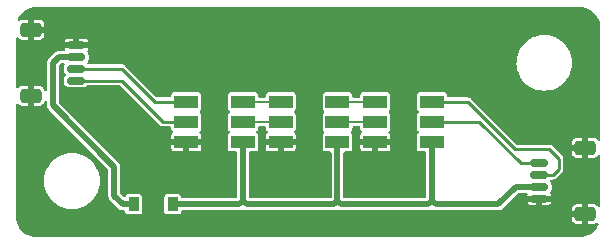
<source format=gbr>
%TF.GenerationSoftware,KiCad,Pcbnew,6.0.4-6f826c9f35~116~ubuntu20.04.1*%
%TF.CreationDate,2022-04-27T15:38:57-05:00*%
%TF.ProjectId,lc-led-flipped,6c632d6c-6564-42d6-966c-69707065642e,rev?*%
%TF.SameCoordinates,Original*%
%TF.FileFunction,Copper,L1,Top*%
%TF.FilePolarity,Positive*%
%FSLAX46Y46*%
G04 Gerber Fmt 4.6, Leading zero omitted, Abs format (unit mm)*
G04 Created by KiCad (PCBNEW 6.0.4-6f826c9f35~116~ubuntu20.04.1) date 2022-04-27 15:38:57*
%MOMM*%
%LPD*%
G01*
G04 APERTURE LIST*
G04 Aperture macros list*
%AMRoundRect*
0 Rectangle with rounded corners*
0 $1 Rounding radius*
0 $2 $3 $4 $5 $6 $7 $8 $9 X,Y pos of 4 corners*
0 Add a 4 corners polygon primitive as box body*
4,1,4,$2,$3,$4,$5,$6,$7,$8,$9,$2,$3,0*
0 Add four circle primitives for the rounded corners*
1,1,$1+$1,$2,$3*
1,1,$1+$1,$4,$5*
1,1,$1+$1,$6,$7*
1,1,$1+$1,$8,$9*
0 Add four rect primitives between the rounded corners*
20,1,$1+$1,$2,$3,$4,$5,0*
20,1,$1+$1,$4,$5,$6,$7,0*
20,1,$1+$1,$6,$7,$8,$9,0*
20,1,$1+$1,$8,$9,$2,$3,0*%
G04 Aperture macros list end*
%TA.AperFunction,SMDPad,CuDef*%
%ADD10R,2.000000X1.100000*%
%TD*%
%TA.AperFunction,SMDPad,CuDef*%
%ADD11RoundRect,0.150000X0.625000X-0.150000X0.625000X0.150000X-0.625000X0.150000X-0.625000X-0.150000X0*%
%TD*%
%TA.AperFunction,SMDPad,CuDef*%
%ADD12RoundRect,0.250000X0.650000X-0.350000X0.650000X0.350000X-0.650000X0.350000X-0.650000X-0.350000X0*%
%TD*%
%TA.AperFunction,SMDPad,CuDef*%
%ADD13R,0.900000X1.200000*%
%TD*%
%TA.AperFunction,SMDPad,CuDef*%
%ADD14RoundRect,0.150000X-0.625000X0.150000X-0.625000X-0.150000X0.625000X-0.150000X0.625000X0.150000X0*%
%TD*%
%TA.AperFunction,SMDPad,CuDef*%
%ADD15RoundRect,0.250000X-0.650000X0.350000X-0.650000X-0.350000X0.650000X-0.350000X0.650000X0.350000X0*%
%TD*%
%TA.AperFunction,Conductor*%
%ADD16C,0.500000*%
%TD*%
%TA.AperFunction,Conductor*%
%ADD17C,0.250000*%
%TD*%
%TA.AperFunction,Conductor*%
%ADD18C,0.200000*%
%TD*%
G04 APERTURE END LIST*
D10*
%TO.P,LED1,1,DI*%
%TO.N,/D_IN2*%
X128085786Y-99900000D03*
%TO.P,LED1,2,CI*%
%TO.N,/C_IN2*%
X128085786Y-101600000D03*
%TO.P,LED1,3,GND*%
%TO.N,/GND2*%
X128085786Y-103300000D03*
%TO.P,LED1,4,VCC*%
%TO.N,/PWR2*%
X132885786Y-103300000D03*
%TO.P,LED1,5,CO*%
%TO.N,Net-(LED1-Pad5)*%
X132885786Y-101600000D03*
%TO.P,LED1,6,DO*%
%TO.N,Net-(LED1-Pad6)*%
X132885786Y-99900000D03*
%TD*%
D11*
%TO.P,J2,1,Pin_1*%
%TO.N,/GND2*%
X157985786Y-108100000D03*
%TO.P,J2,2,Pin_2*%
%TO.N,/PWR2*%
X157985786Y-107100000D03*
%TO.P,J2,3,Pin_3*%
%TO.N,/D_OUT2*%
X157985786Y-106100000D03*
%TO.P,J2,4,Pin_4*%
%TO.N,/C_OUT2*%
X157985786Y-105100000D03*
D12*
%TO.P,J2,MP*%
%TO.N,/GND2*%
X161860786Y-109400000D03*
X161860786Y-103800000D03*
%TD*%
D10*
%TO.P,LED2,1,DI*%
%TO.N,Net-(LED1-Pad6)*%
X136085786Y-99900000D03*
%TO.P,LED2,2,CI*%
%TO.N,Net-(LED1-Pad5)*%
X136085786Y-101600000D03*
%TO.P,LED2,3,GND*%
%TO.N,/GND2*%
X136085786Y-103300000D03*
%TO.P,LED2,4,VCC*%
%TO.N,/PWR2*%
X140885786Y-103300000D03*
%TO.P,LED2,5,CO*%
%TO.N,Net-(LED2-Pad5)*%
X140885786Y-101600000D03*
%TO.P,LED2,6,DO*%
%TO.N,Net-(LED2-Pad6)*%
X140885786Y-99900000D03*
%TD*%
D13*
%TO.P,D1,1,K*%
%TO.N,/PWR2*%
X126935786Y-108585786D03*
%TO.P,D1,2,A*%
%TO.N,/5V_2*%
X123635786Y-108585786D03*
%TD*%
D10*
%TO.P,LED3,1,DI*%
%TO.N,Net-(LED2-Pad6)*%
X144085786Y-99900000D03*
%TO.P,LED3,2,CI*%
%TO.N,Net-(LED2-Pad5)*%
X144085786Y-101600000D03*
%TO.P,LED3,3,GND*%
%TO.N,/GND2*%
X144085786Y-103300000D03*
%TO.P,LED3,4,VCC*%
%TO.N,/PWR2*%
X148885786Y-103300000D03*
%TO.P,LED3,5,CO*%
%TO.N,/C_OUT2*%
X148885786Y-101600000D03*
%TO.P,LED3,6,DO*%
%TO.N,/D_OUT2*%
X148885786Y-99900000D03*
%TD*%
D14*
%TO.P,J1,1,Pin_1*%
%TO.N,/GND2*%
X118785786Y-95100000D03*
%TO.P,J1,2,Pin_2*%
%TO.N,/5V_2*%
X118785786Y-96100000D03*
%TO.P,J1,3,Pin_3*%
%TO.N,/D_IN2*%
X118785786Y-97100000D03*
%TO.P,J1,4,Pin_4*%
%TO.N,/C_IN2*%
X118785786Y-98100000D03*
D15*
%TO.P,J1,MP*%
%TO.N,/GND2*%
X114910786Y-93800000D03*
X114910786Y-99400000D03*
%TD*%
D16*
%TO.N,/PWR2*%
X140585786Y-108585786D02*
X140885786Y-108285786D01*
X133185786Y-108585786D02*
X140585786Y-108585786D01*
X149185786Y-108585786D02*
X154514214Y-108585786D01*
X148585786Y-108585786D02*
X148885786Y-108285786D01*
X154514214Y-108585786D02*
X156000000Y-107100000D01*
X140885786Y-108285786D02*
X141185786Y-108585786D01*
X126935786Y-108585786D02*
X132585786Y-108585786D01*
X156000000Y-107100000D02*
X157985786Y-107100000D01*
X140885786Y-108285786D02*
X140885786Y-103785786D01*
X148885786Y-108285786D02*
X148885786Y-103785786D01*
X148885786Y-108285786D02*
X149185786Y-108585786D01*
X132585786Y-108585786D02*
X132885786Y-108285786D01*
X132885786Y-108285786D02*
X132885786Y-103785786D01*
X132885786Y-108285786D02*
X133185786Y-108585786D01*
X141185786Y-108585786D02*
X148585786Y-108585786D01*
%TO.N,/5V_2*%
X122000000Y-105400000D02*
X122000000Y-107900000D01*
X116800000Y-100200000D02*
X122000000Y-105400000D01*
X122685786Y-108585786D02*
X123635786Y-108585786D01*
X122000000Y-107900000D02*
X122685786Y-108585786D01*
X117300000Y-96100000D02*
X116800000Y-96600000D01*
X118785786Y-96100000D02*
X117300000Y-96100000D01*
X116800000Y-96600000D02*
X116800000Y-100200000D01*
D17*
%TO.N,/D_IN2*%
X122600000Y-97100000D02*
X125400000Y-99900000D01*
X118785786Y-97100000D02*
X122600000Y-97100000D01*
X125400000Y-99900000D02*
X128085786Y-99900000D01*
%TO.N,/C_IN2*%
X126100000Y-101600000D02*
X128085786Y-101600000D01*
X118785786Y-98100000D02*
X122600000Y-98100000D01*
X122600000Y-98100000D02*
X126100000Y-101600000D01*
%TO.N,/D_OUT2*%
X159100000Y-106100000D02*
X157985786Y-106100000D01*
X158800000Y-103900000D02*
X159600000Y-104700000D01*
X159600000Y-104700000D02*
X159600000Y-105600000D01*
X148885786Y-99900000D02*
X151900000Y-99900000D01*
X151900000Y-99900000D02*
X155900000Y-103900000D01*
X155900000Y-103900000D02*
X158800000Y-103900000D01*
X159600000Y-105600000D02*
X159100000Y-106100000D01*
%TO.N,/C_OUT2*%
X152900000Y-101600000D02*
X156400000Y-105100000D01*
X148885786Y-101600000D02*
X152900000Y-101600000D01*
X156400000Y-105100000D02*
X157985786Y-105100000D01*
D18*
%TO.N,Net-(LED1-Pad5)*%
X132885786Y-101600000D02*
X136085786Y-101600000D01*
%TO.N,Net-(LED1-Pad6)*%
X132885786Y-99900000D02*
X136085786Y-99900000D01*
%TO.N,Net-(LED2-Pad5)*%
X140885786Y-101600000D02*
X144085786Y-101600000D01*
%TO.N,Net-(LED2-Pad6)*%
X140885786Y-99900000D02*
X144085786Y-99900000D01*
%TD*%
%TA.AperFunction,Conductor*%
%TO.N,/GND2*%
G36*
X161387103Y-91856921D02*
G01*
X161400000Y-91859486D01*
X161412172Y-91857065D01*
X161424579Y-91857065D01*
X161424579Y-91857705D01*
X161435358Y-91857029D01*
X161619248Y-91870181D01*
X161639420Y-91871624D01*
X161657214Y-91874182D01*
X161882960Y-91923290D01*
X161900209Y-91928355D01*
X161955356Y-91948923D01*
X162116670Y-92009090D01*
X162133017Y-92016556D01*
X162335782Y-92127275D01*
X162350905Y-92136994D01*
X162535848Y-92275441D01*
X162549434Y-92287214D01*
X162712786Y-92450566D01*
X162724559Y-92464152D01*
X162863006Y-92649095D01*
X162872725Y-92664218D01*
X162983444Y-92866983D01*
X162990910Y-92883330D01*
X163034508Y-93000222D01*
X163071645Y-93099791D01*
X163076710Y-93117040D01*
X163125818Y-93342786D01*
X163128376Y-93360580D01*
X163141638Y-93546000D01*
X163142971Y-93564639D01*
X163142295Y-93575421D01*
X163142935Y-93575421D01*
X163142935Y-93587828D01*
X163140514Y-93600000D01*
X163142935Y-93612170D01*
X163143079Y-93612894D01*
X163145500Y-93637476D01*
X163145500Y-103078222D01*
X163125498Y-103146343D01*
X163071842Y-103192836D01*
X163001568Y-103202940D01*
X162936988Y-103173446D01*
X162918674Y-103153787D01*
X162876214Y-103097133D01*
X162863653Y-103084572D01*
X162762490Y-103008754D01*
X162746904Y-103000222D01*
X162627521Y-102955467D01*
X162612276Y-102951842D01*
X162561894Y-102946369D01*
X162555080Y-102946000D01*
X162132901Y-102946000D01*
X162117662Y-102950475D01*
X162116457Y-102951865D01*
X162114786Y-102959548D01*
X162114786Y-104635884D01*
X162119261Y-104651123D01*
X162120651Y-104652328D01*
X162128334Y-104653999D01*
X162555078Y-104653999D01*
X162561896Y-104653630D01*
X162612268Y-104648159D01*
X162627527Y-104644530D01*
X162746904Y-104599778D01*
X162762490Y-104591246D01*
X162863653Y-104515428D01*
X162876214Y-104502867D01*
X162918674Y-104446213D01*
X162975533Y-104403698D01*
X163046352Y-104398672D01*
X163108645Y-104432732D01*
X163142635Y-104495063D01*
X163145500Y-104521778D01*
X163145500Y-108678222D01*
X163125498Y-108746343D01*
X163071842Y-108792836D01*
X163001568Y-108802940D01*
X162936988Y-108773446D01*
X162918674Y-108753787D01*
X162876214Y-108697133D01*
X162863653Y-108684572D01*
X162762490Y-108608754D01*
X162746904Y-108600222D01*
X162627521Y-108555467D01*
X162612276Y-108551842D01*
X162561894Y-108546369D01*
X162555080Y-108546000D01*
X162132901Y-108546000D01*
X162117662Y-108550475D01*
X162116457Y-108551865D01*
X162114786Y-108559548D01*
X162114786Y-110235884D01*
X162119261Y-110251123D01*
X162120651Y-110252328D01*
X162128334Y-110253999D01*
X162555078Y-110253999D01*
X162561896Y-110253630D01*
X162612268Y-110248159D01*
X162627527Y-110244530D01*
X162746904Y-110199778D01*
X162762490Y-110191246D01*
X162800730Y-110162586D01*
X162867236Y-110137738D01*
X162936619Y-110152791D01*
X162986849Y-110202965D01*
X163001979Y-110272331D01*
X162994353Y-110307438D01*
X162990911Y-110316666D01*
X162983444Y-110333017D01*
X162872725Y-110535782D01*
X162863006Y-110550905D01*
X162724559Y-110735848D01*
X162712786Y-110749434D01*
X162549434Y-110912786D01*
X162535848Y-110924559D01*
X162350905Y-111063006D01*
X162335782Y-111072725D01*
X162133017Y-111183444D01*
X162116670Y-111190910D01*
X161955356Y-111251077D01*
X161900209Y-111271645D01*
X161882960Y-111276710D01*
X161657214Y-111325818D01*
X161639420Y-111328376D01*
X161619248Y-111329819D01*
X161435358Y-111342971D01*
X161424579Y-111342295D01*
X161424579Y-111342935D01*
X161412172Y-111342935D01*
X161400000Y-111340514D01*
X161387103Y-111343079D01*
X161362524Y-111345500D01*
X115437476Y-111345500D01*
X115412897Y-111343079D01*
X115400000Y-111340514D01*
X115387828Y-111342935D01*
X115375421Y-111342935D01*
X115375421Y-111342295D01*
X115364642Y-111342971D01*
X115180752Y-111329819D01*
X115160580Y-111328376D01*
X115142786Y-111325818D01*
X114917040Y-111276710D01*
X114899791Y-111271645D01*
X114844644Y-111251077D01*
X114683330Y-111190910D01*
X114666983Y-111183444D01*
X114464218Y-111072725D01*
X114449095Y-111063006D01*
X114264152Y-110924559D01*
X114250566Y-110912786D01*
X114087214Y-110749434D01*
X114075441Y-110735848D01*
X113936994Y-110550905D01*
X113927275Y-110535782D01*
X113816556Y-110333017D01*
X113809090Y-110316670D01*
X113728355Y-110100209D01*
X113723290Y-110082960D01*
X113674182Y-109857214D01*
X113671624Y-109839420D01*
X113668396Y-109794292D01*
X160706787Y-109794292D01*
X160707156Y-109801110D01*
X160712627Y-109851482D01*
X160716256Y-109866741D01*
X160761008Y-109986118D01*
X160769540Y-110001704D01*
X160845358Y-110102867D01*
X160857919Y-110115428D01*
X160959082Y-110191246D01*
X160974668Y-110199778D01*
X161094051Y-110244533D01*
X161109296Y-110248158D01*
X161159678Y-110253631D01*
X161166492Y-110254000D01*
X161588671Y-110254000D01*
X161603910Y-110249525D01*
X161605115Y-110248135D01*
X161606786Y-110240452D01*
X161606786Y-109672115D01*
X161602311Y-109656876D01*
X161600921Y-109655671D01*
X161593238Y-109654000D01*
X160724902Y-109654000D01*
X160709663Y-109658475D01*
X160708458Y-109659865D01*
X160706787Y-109667548D01*
X160706787Y-109794292D01*
X113668396Y-109794292D01*
X113658782Y-109659865D01*
X113657029Y-109635358D01*
X113657705Y-109624579D01*
X113657065Y-109624579D01*
X113657065Y-109612172D01*
X113659486Y-109600000D01*
X113656921Y-109587103D01*
X113654500Y-109562524D01*
X113654500Y-106600000D01*
X116040448Y-106600000D01*
X116040718Y-106604119D01*
X116052315Y-106781051D01*
X116060634Y-106907983D01*
X116061436Y-106912016D01*
X116061437Y-106912022D01*
X116120042Y-107206647D01*
X116120848Y-107210697D01*
X116122175Y-107214606D01*
X116122176Y-107214610D01*
X116212905Y-107481890D01*
X116220058Y-107502961D01*
X116271551Y-107607379D01*
X116338743Y-107743630D01*
X116356568Y-107779776D01*
X116378512Y-107812618D01*
X116524390Y-108030938D01*
X116528042Y-108036404D01*
X116731545Y-108268455D01*
X116963596Y-108471958D01*
X116967022Y-108474247D01*
X116967027Y-108474251D01*
X117116171Y-108573906D01*
X117220224Y-108643432D01*
X117223923Y-108645256D01*
X117223928Y-108645259D01*
X117329119Y-108697133D01*
X117497039Y-108779942D01*
X117500944Y-108781267D01*
X117500945Y-108781268D01*
X117785390Y-108877824D01*
X117785394Y-108877825D01*
X117789303Y-108879152D01*
X117793347Y-108879956D01*
X117793353Y-108879958D01*
X118087978Y-108938563D01*
X118087984Y-108938564D01*
X118092017Y-108939366D01*
X118096122Y-108939635D01*
X118096129Y-108939636D01*
X118395881Y-108959282D01*
X118400000Y-108959552D01*
X118404119Y-108959282D01*
X118703871Y-108939636D01*
X118703878Y-108939635D01*
X118707983Y-108939366D01*
X118712016Y-108938564D01*
X118712022Y-108938563D01*
X119006647Y-108879958D01*
X119006653Y-108879956D01*
X119010697Y-108879152D01*
X119014606Y-108877825D01*
X119014610Y-108877824D01*
X119299055Y-108781268D01*
X119299056Y-108781267D01*
X119302961Y-108779942D01*
X119470881Y-108697133D01*
X119576072Y-108645259D01*
X119576077Y-108645256D01*
X119579776Y-108643432D01*
X119683829Y-108573906D01*
X119832973Y-108474251D01*
X119832978Y-108474247D01*
X119836404Y-108471958D01*
X120068455Y-108268455D01*
X120271958Y-108036404D01*
X120275611Y-108030938D01*
X120421488Y-107812618D01*
X120443432Y-107779776D01*
X120461258Y-107743630D01*
X120528449Y-107607379D01*
X120579942Y-107502961D01*
X120587095Y-107481890D01*
X120677824Y-107214610D01*
X120677825Y-107214606D01*
X120679152Y-107210697D01*
X120679958Y-107206647D01*
X120738563Y-106912022D01*
X120738564Y-106912016D01*
X120739366Y-106907983D01*
X120747686Y-106781051D01*
X120759282Y-106604119D01*
X120759552Y-106600000D01*
X120751821Y-106482049D01*
X120739636Y-106296129D01*
X120739635Y-106296122D01*
X120739366Y-106292017D01*
X120737341Y-106281834D01*
X120679958Y-105993353D01*
X120679956Y-105993347D01*
X120679152Y-105989303D01*
X120655005Y-105918166D01*
X120581268Y-105700945D01*
X120581267Y-105700944D01*
X120579942Y-105697039D01*
X120473755Y-105481713D01*
X120445259Y-105423928D01*
X120445256Y-105423923D01*
X120443432Y-105420224D01*
X120360857Y-105296642D01*
X120274251Y-105167027D01*
X120274247Y-105167022D01*
X120271958Y-105163596D01*
X120068455Y-104931545D01*
X119836404Y-104728042D01*
X119832978Y-104725753D01*
X119832973Y-104725749D01*
X119592400Y-104565003D01*
X119579776Y-104556568D01*
X119576077Y-104554744D01*
X119576072Y-104554741D01*
X119392444Y-104464186D01*
X119302961Y-104420058D01*
X119202977Y-104386118D01*
X119014610Y-104322176D01*
X119014606Y-104322175D01*
X119010697Y-104320848D01*
X119006653Y-104320044D01*
X119006647Y-104320042D01*
X118712022Y-104261437D01*
X118712016Y-104261436D01*
X118707983Y-104260634D01*
X118703878Y-104260365D01*
X118703871Y-104260364D01*
X118404119Y-104240718D01*
X118400000Y-104240448D01*
X118395881Y-104240718D01*
X118096129Y-104260364D01*
X118096122Y-104260365D01*
X118092017Y-104260634D01*
X118087984Y-104261436D01*
X118087978Y-104261437D01*
X117793353Y-104320042D01*
X117793347Y-104320044D01*
X117789303Y-104320848D01*
X117785394Y-104322175D01*
X117785390Y-104322176D01*
X117597023Y-104386118D01*
X117497039Y-104420058D01*
X117407556Y-104464186D01*
X117223928Y-104554741D01*
X117223923Y-104554744D01*
X117220224Y-104556568D01*
X117207600Y-104565003D01*
X116967027Y-104725749D01*
X116967022Y-104725753D01*
X116963596Y-104728042D01*
X116731545Y-104931545D01*
X116528042Y-105163596D01*
X116525753Y-105167022D01*
X116525749Y-105167027D01*
X116439143Y-105296642D01*
X116356568Y-105420224D01*
X116354744Y-105423923D01*
X116354741Y-105423928D01*
X116326245Y-105481713D01*
X116220058Y-105697039D01*
X116218733Y-105700944D01*
X116218732Y-105700945D01*
X116144996Y-105918166D01*
X116120848Y-105989303D01*
X116120044Y-105993347D01*
X116120042Y-105993353D01*
X116062660Y-106281834D01*
X116060634Y-106292017D01*
X116060365Y-106296122D01*
X116060364Y-106296129D01*
X116048317Y-106479928D01*
X116044247Y-106542031D01*
X116040448Y-106600000D01*
X113654500Y-106600000D01*
X113654500Y-100159709D01*
X113674502Y-100091588D01*
X113728158Y-100045095D01*
X113798432Y-100034991D01*
X113863012Y-100064485D01*
X113881327Y-100084145D01*
X113895359Y-100102868D01*
X113907919Y-100115428D01*
X114009082Y-100191246D01*
X114024668Y-100199778D01*
X114144051Y-100244533D01*
X114159296Y-100248158D01*
X114209678Y-100253631D01*
X114216492Y-100254000D01*
X114638671Y-100254000D01*
X114653910Y-100249525D01*
X114655115Y-100248135D01*
X114656786Y-100240452D01*
X114656786Y-100235884D01*
X115164786Y-100235884D01*
X115169261Y-100251123D01*
X115170651Y-100252328D01*
X115178334Y-100253999D01*
X115605078Y-100253999D01*
X115611896Y-100253630D01*
X115662268Y-100248159D01*
X115677527Y-100244530D01*
X115796904Y-100199778D01*
X115812490Y-100191246D01*
X115913653Y-100115428D01*
X115926214Y-100102867D01*
X116002032Y-100001704D01*
X116010564Y-99986118D01*
X116051518Y-99876874D01*
X116094159Y-99820109D01*
X116160721Y-99795409D01*
X116230070Y-99810616D01*
X116280188Y-99860902D01*
X116295500Y-99921103D01*
X116295500Y-100129376D01*
X116294159Y-100141381D01*
X116294655Y-100141421D01*
X116293935Y-100150368D01*
X116291954Y-100159124D01*
X116292510Y-100168084D01*
X116295258Y-100212382D01*
X116295500Y-100220184D01*
X116295500Y-100236226D01*
X116296135Y-100240657D01*
X116296135Y-100240662D01*
X116296965Y-100246453D01*
X116297996Y-100256514D01*
X116300902Y-100303359D01*
X116303949Y-100311799D01*
X116304630Y-100315089D01*
X116308582Y-100330938D01*
X116309527Y-100334168D01*
X116310799Y-100343052D01*
X116314514Y-100351223D01*
X116330218Y-100385763D01*
X116334030Y-100395128D01*
X116346922Y-100430837D01*
X116346924Y-100430840D01*
X116349972Y-100439284D01*
X116355268Y-100446533D01*
X116356840Y-100449490D01*
X116365093Y-100463614D01*
X116366898Y-100466437D01*
X116370612Y-100474605D01*
X116376469Y-100481402D01*
X116376470Y-100481404D01*
X116401243Y-100510153D01*
X116407525Y-100518064D01*
X116415473Y-100528944D01*
X116426335Y-100539806D01*
X116432693Y-100546652D01*
X116464944Y-100584082D01*
X116472479Y-100588966D01*
X116479051Y-100594699D01*
X116490455Y-100603926D01*
X118983663Y-103097133D01*
X121458595Y-105572065D01*
X121492621Y-105634377D01*
X121495500Y-105661160D01*
X121495500Y-107829376D01*
X121494159Y-107841381D01*
X121494655Y-107841421D01*
X121493935Y-107850368D01*
X121491954Y-107859124D01*
X121492510Y-107868084D01*
X121495258Y-107912382D01*
X121495500Y-107920184D01*
X121495500Y-107936226D01*
X121496135Y-107940657D01*
X121496135Y-107940662D01*
X121496965Y-107946453D01*
X121497996Y-107956514D01*
X121500902Y-108003359D01*
X121503949Y-108011799D01*
X121504630Y-108015089D01*
X121508582Y-108030938D01*
X121509527Y-108034168D01*
X121510799Y-108043052D01*
X121514514Y-108051223D01*
X121530218Y-108085763D01*
X121534030Y-108095128D01*
X121546922Y-108130837D01*
X121546924Y-108130840D01*
X121549972Y-108139284D01*
X121555268Y-108146533D01*
X121556840Y-108149490D01*
X121565093Y-108163614D01*
X121566898Y-108166437D01*
X121570612Y-108174605D01*
X121576469Y-108181402D01*
X121576470Y-108181404D01*
X121601243Y-108210153D01*
X121607525Y-108218064D01*
X121615473Y-108228944D01*
X121626335Y-108239806D01*
X121632693Y-108246652D01*
X121664944Y-108284082D01*
X121672479Y-108288966D01*
X121679051Y-108294699D01*
X121690455Y-108303926D01*
X122279109Y-108892580D01*
X122286651Y-108902020D01*
X122287031Y-108901697D01*
X122292849Y-108908533D01*
X122297639Y-108916125D01*
X122304367Y-108922067D01*
X122337645Y-108951457D01*
X122343332Y-108956803D01*
X122354666Y-108968137D01*
X122358249Y-108970822D01*
X122358251Y-108970824D01*
X122362941Y-108974339D01*
X122370786Y-108980726D01*
X122399071Y-109005706D01*
X122405956Y-109011787D01*
X122414078Y-109015600D01*
X122416879Y-109017440D01*
X122430874Y-109025849D01*
X122433837Y-109027471D01*
X122441022Y-109032856D01*
X122449432Y-109036009D01*
X122449434Y-109036010D01*
X122484968Y-109049332D01*
X122494281Y-109053256D01*
X122536768Y-109073203D01*
X122545642Y-109074585D01*
X122548869Y-109075571D01*
X122564652Y-109079711D01*
X122567930Y-109080432D01*
X122576338Y-109083584D01*
X122590095Y-109084606D01*
X122623143Y-109087062D01*
X122633190Y-109088216D01*
X122641672Y-109089537D01*
X122641675Y-109089537D01*
X122646483Y-109090286D01*
X122661848Y-109090286D01*
X122671186Y-109090632D01*
X122720453Y-109094293D01*
X122729228Y-109092420D01*
X122737924Y-109091827D01*
X122752524Y-109090286D01*
X122805822Y-109090286D01*
X122873943Y-109110288D01*
X122920436Y-109163944D01*
X122931215Y-109203933D01*
X122931287Y-109204663D01*
X122931287Y-109210852D01*
X122946052Y-109285087D01*
X123002302Y-109369270D01*
X123086485Y-109425520D01*
X123160719Y-109440286D01*
X123635709Y-109440286D01*
X124110852Y-109440285D01*
X124146604Y-109433174D01*
X124172912Y-109427942D01*
X124172914Y-109427941D01*
X124185087Y-109425520D01*
X124195407Y-109418625D01*
X124195408Y-109418624D01*
X124258954Y-109376163D01*
X124269270Y-109369270D01*
X124325520Y-109285087D01*
X124340286Y-109210853D01*
X124340285Y-107960720D01*
X124340285Y-107960719D01*
X126231286Y-107960719D01*
X126231287Y-109210852D01*
X126246052Y-109285087D01*
X126302302Y-109369270D01*
X126386485Y-109425520D01*
X126460719Y-109440286D01*
X126935709Y-109440286D01*
X127410852Y-109440285D01*
X127446604Y-109433174D01*
X127472912Y-109427942D01*
X127472914Y-109427941D01*
X127485087Y-109425520D01*
X127495407Y-109418625D01*
X127495408Y-109418624D01*
X127558954Y-109376163D01*
X127569270Y-109369270D01*
X127625520Y-109285087D01*
X127640286Y-109210853D01*
X127640286Y-109204663D01*
X127640358Y-109203935D01*
X127666941Y-109138103D01*
X127681381Y-109127885D01*
X160706786Y-109127885D01*
X160711261Y-109143124D01*
X160712651Y-109144329D01*
X160720334Y-109146000D01*
X161588671Y-109146000D01*
X161603910Y-109141525D01*
X161605115Y-109140135D01*
X161606786Y-109132452D01*
X161606786Y-108564116D01*
X161602311Y-108548877D01*
X161600921Y-108547672D01*
X161593238Y-108546001D01*
X161166494Y-108546001D01*
X161159676Y-108546370D01*
X161109304Y-108551841D01*
X161094045Y-108555470D01*
X160974668Y-108600222D01*
X160959082Y-108608754D01*
X160857919Y-108684572D01*
X160845358Y-108697133D01*
X160769540Y-108798296D01*
X160761008Y-108813882D01*
X160716253Y-108933265D01*
X160712628Y-108948510D01*
X160707155Y-108998892D01*
X160706786Y-109005706D01*
X160706786Y-109127885D01*
X127681381Y-109127885D01*
X127724895Y-109097094D01*
X127765751Y-109090286D01*
X132515162Y-109090286D01*
X132527167Y-109091627D01*
X132527207Y-109091131D01*
X132536154Y-109091851D01*
X132544910Y-109093832D01*
X132598168Y-109090528D01*
X132605970Y-109090286D01*
X132622012Y-109090286D01*
X132626443Y-109089651D01*
X132626448Y-109089651D01*
X132630473Y-109089074D01*
X132632243Y-109088821D01*
X132642300Y-109087790D01*
X132664762Y-109086397D01*
X132680186Y-109085440D01*
X132680188Y-109085440D01*
X132689145Y-109084884D01*
X132697585Y-109081837D01*
X132700875Y-109081156D01*
X132716724Y-109077204D01*
X132719954Y-109076259D01*
X132728838Y-109074987D01*
X132771549Y-109055568D01*
X132780914Y-109051756D01*
X132816622Y-109038865D01*
X132816629Y-109038861D01*
X132825070Y-109035814D01*
X132828777Y-109033106D01*
X132896153Y-109019232D01*
X132940685Y-109032604D01*
X132941022Y-109032856D01*
X132949428Y-109036007D01*
X132949431Y-109036009D01*
X132984968Y-109049332D01*
X132994281Y-109053256D01*
X133036768Y-109073203D01*
X133045642Y-109074585D01*
X133048869Y-109075571D01*
X133064652Y-109079711D01*
X133067930Y-109080432D01*
X133076338Y-109083584D01*
X133090095Y-109084606D01*
X133123143Y-109087062D01*
X133133190Y-109088216D01*
X133141672Y-109089537D01*
X133141675Y-109089537D01*
X133146483Y-109090286D01*
X133161848Y-109090286D01*
X133171186Y-109090632D01*
X133220453Y-109094293D01*
X133229228Y-109092420D01*
X133237924Y-109091827D01*
X133252524Y-109090286D01*
X140515162Y-109090286D01*
X140527167Y-109091627D01*
X140527207Y-109091131D01*
X140536154Y-109091851D01*
X140544910Y-109093832D01*
X140598168Y-109090528D01*
X140605970Y-109090286D01*
X140622012Y-109090286D01*
X140626443Y-109089651D01*
X140626448Y-109089651D01*
X140630473Y-109089074D01*
X140632243Y-109088821D01*
X140642300Y-109087790D01*
X140664762Y-109086397D01*
X140680186Y-109085440D01*
X140680188Y-109085440D01*
X140689145Y-109084884D01*
X140697585Y-109081837D01*
X140700875Y-109081156D01*
X140716724Y-109077204D01*
X140719954Y-109076259D01*
X140728838Y-109074987D01*
X140771549Y-109055568D01*
X140780914Y-109051756D01*
X140816622Y-109038865D01*
X140816629Y-109038861D01*
X140825070Y-109035814D01*
X140828777Y-109033106D01*
X140896153Y-109019232D01*
X140940685Y-109032604D01*
X140941022Y-109032856D01*
X140949428Y-109036007D01*
X140949431Y-109036009D01*
X140984968Y-109049332D01*
X140994281Y-109053256D01*
X141036768Y-109073203D01*
X141045642Y-109074585D01*
X141048869Y-109075571D01*
X141064652Y-109079711D01*
X141067930Y-109080432D01*
X141076338Y-109083584D01*
X141090095Y-109084606D01*
X141123143Y-109087062D01*
X141133190Y-109088216D01*
X141141672Y-109089537D01*
X141141675Y-109089537D01*
X141146483Y-109090286D01*
X141161848Y-109090286D01*
X141171186Y-109090632D01*
X141220453Y-109094293D01*
X141229228Y-109092420D01*
X141237924Y-109091827D01*
X141252524Y-109090286D01*
X148515162Y-109090286D01*
X148527167Y-109091627D01*
X148527207Y-109091131D01*
X148536154Y-109091851D01*
X148544910Y-109093832D01*
X148598168Y-109090528D01*
X148605970Y-109090286D01*
X148622012Y-109090286D01*
X148626443Y-109089651D01*
X148626448Y-109089651D01*
X148630473Y-109089074D01*
X148632243Y-109088821D01*
X148642300Y-109087790D01*
X148664762Y-109086397D01*
X148680186Y-109085440D01*
X148680188Y-109085440D01*
X148689145Y-109084884D01*
X148697585Y-109081837D01*
X148700875Y-109081156D01*
X148716724Y-109077204D01*
X148719954Y-109076259D01*
X148728838Y-109074987D01*
X148771549Y-109055568D01*
X148780914Y-109051756D01*
X148816622Y-109038865D01*
X148816629Y-109038861D01*
X148825070Y-109035814D01*
X148828777Y-109033106D01*
X148896153Y-109019232D01*
X148940685Y-109032604D01*
X148941022Y-109032856D01*
X148949428Y-109036007D01*
X148949431Y-109036009D01*
X148984968Y-109049332D01*
X148994281Y-109053256D01*
X149036768Y-109073203D01*
X149045642Y-109074585D01*
X149048869Y-109075571D01*
X149064652Y-109079711D01*
X149067930Y-109080432D01*
X149076338Y-109083584D01*
X149090095Y-109084606D01*
X149123143Y-109087062D01*
X149133190Y-109088216D01*
X149141672Y-109089537D01*
X149141675Y-109089537D01*
X149146483Y-109090286D01*
X149161848Y-109090286D01*
X149171186Y-109090632D01*
X149220453Y-109094293D01*
X149229228Y-109092420D01*
X149237924Y-109091827D01*
X149252524Y-109090286D01*
X154443590Y-109090286D01*
X154455595Y-109091627D01*
X154455635Y-109091131D01*
X154464582Y-109091851D01*
X154473338Y-109093832D01*
X154526596Y-109090528D01*
X154534398Y-109090286D01*
X154550440Y-109090286D01*
X154554871Y-109089651D01*
X154554876Y-109089651D01*
X154558901Y-109089074D01*
X154560671Y-109088821D01*
X154570728Y-109087790D01*
X154593190Y-109086397D01*
X154608614Y-109085440D01*
X154608616Y-109085440D01*
X154617573Y-109084884D01*
X154626013Y-109081837D01*
X154629303Y-109081156D01*
X154645152Y-109077204D01*
X154648382Y-109076259D01*
X154657266Y-109074987D01*
X154699977Y-109055568D01*
X154709342Y-109051756D01*
X154745051Y-109038864D01*
X154745054Y-109038862D01*
X154753498Y-109035814D01*
X154760747Y-109030518D01*
X154763704Y-109028946D01*
X154777828Y-109020693D01*
X154780651Y-109018888D01*
X154788819Y-109015174D01*
X154795616Y-109009317D01*
X154795618Y-109009316D01*
X154824367Y-108984543D01*
X154832278Y-108978261D01*
X154843158Y-108970313D01*
X154854020Y-108959451D01*
X154860867Y-108953093D01*
X154866186Y-108948510D01*
X154898296Y-108920842D01*
X154903180Y-108913307D01*
X154908913Y-108906735D01*
X154918140Y-108895331D01*
X155443198Y-108370273D01*
X156971411Y-108370273D01*
X156976272Y-108385234D01*
X157025369Y-108481593D01*
X157036880Y-108497436D01*
X157113350Y-108573906D01*
X157129193Y-108585417D01*
X157225554Y-108634515D01*
X157244178Y-108640567D01*
X157324101Y-108653225D01*
X157333944Y-108654000D01*
X157713671Y-108654000D01*
X157728910Y-108649525D01*
X157730115Y-108648135D01*
X157731786Y-108640452D01*
X157731786Y-108635884D01*
X158239786Y-108635884D01*
X158244261Y-108651123D01*
X158245651Y-108652328D01*
X158253334Y-108653999D01*
X158637626Y-108653999D01*
X158647473Y-108653224D01*
X158727393Y-108640567D01*
X158746019Y-108634515D01*
X158842379Y-108585417D01*
X158858222Y-108573906D01*
X158934692Y-108497436D01*
X158946203Y-108481593D01*
X158995302Y-108385231D01*
X159000265Y-108369955D01*
X158998748Y-108358212D01*
X158984774Y-108354000D01*
X158257901Y-108354000D01*
X158242662Y-108358475D01*
X158241457Y-108359865D01*
X158239786Y-108367548D01*
X158239786Y-108635884D01*
X157731786Y-108635884D01*
X157731786Y-108372115D01*
X157727311Y-108356876D01*
X157725921Y-108355671D01*
X157718238Y-108354000D01*
X156986338Y-108354000D01*
X156973102Y-108357887D01*
X156971411Y-108370273D01*
X155443198Y-108370273D01*
X156172066Y-107641405D01*
X156234378Y-107607379D01*
X156261161Y-107604500D01*
X156877794Y-107604500D01*
X156945915Y-107624502D01*
X156992408Y-107678158D01*
X157002512Y-107748432D01*
X156990061Y-107787703D01*
X156976270Y-107814769D01*
X156971307Y-107830045D01*
X156972824Y-107841788D01*
X156986798Y-107846000D01*
X158985234Y-107846000D01*
X158998470Y-107842113D01*
X159000161Y-107829727D01*
X158995300Y-107814766D01*
X158946203Y-107718407D01*
X158934692Y-107702564D01*
X158921577Y-107689449D01*
X158887551Y-107627137D01*
X158892616Y-107556322D01*
X158921574Y-107511261D01*
X158942112Y-107490723D01*
X159000284Y-107376555D01*
X159015286Y-107281834D01*
X159015286Y-106918166D01*
X159000284Y-106823445D01*
X158942112Y-106709277D01*
X158927430Y-106694595D01*
X158893404Y-106632283D01*
X158898469Y-106561468D01*
X158941016Y-106504632D01*
X159007536Y-106479821D01*
X159016525Y-106479500D01*
X159046080Y-106479500D01*
X159070028Y-106482049D01*
X159071693Y-106482128D01*
X159081876Y-106484320D01*
X159092217Y-106483096D01*
X159115223Y-106480373D01*
X159121154Y-106480023D01*
X159121146Y-106479928D01*
X159126324Y-106479500D01*
X159131524Y-106479500D01*
X159136653Y-106478646D01*
X159136656Y-106478646D01*
X159150565Y-106476331D01*
X159156443Y-106475494D01*
X159197001Y-106470694D01*
X159197002Y-106470694D01*
X159207341Y-106469470D01*
X159215593Y-106465507D01*
X159224626Y-106464004D01*
X159233795Y-106459057D01*
X159233797Y-106459056D01*
X159269732Y-106439666D01*
X159275025Y-106436969D01*
X159314082Y-106418215D01*
X159314086Y-106418212D01*
X159321232Y-106414781D01*
X159325508Y-106411186D01*
X159327431Y-106409263D01*
X159329363Y-106407491D01*
X159329442Y-106407448D01*
X159329555Y-106407572D01*
X159330095Y-106407096D01*
X159335814Y-106404010D01*
X159372417Y-106364413D01*
X159375846Y-106360848D01*
X159830216Y-105906478D01*
X159848964Y-105891336D01*
X159850189Y-105890221D01*
X159858940Y-105884571D01*
X159865387Y-105876393D01*
X159865389Y-105876391D01*
X159879729Y-105858200D01*
X159883675Y-105853759D01*
X159883602Y-105853697D01*
X159886961Y-105849733D01*
X159890638Y-105846056D01*
X159901892Y-105830308D01*
X159905398Y-105825638D01*
X159937156Y-105785353D01*
X159940188Y-105776719D01*
X159945514Y-105769266D01*
X159960203Y-105720150D01*
X159962036Y-105714508D01*
X159976390Y-105673633D01*
X159976390Y-105673632D01*
X159979018Y-105666149D01*
X159979500Y-105660584D01*
X159979500Y-105657876D01*
X159979614Y-105655242D01*
X159979643Y-105655144D01*
X159979807Y-105655151D01*
X159979851Y-105654447D01*
X159981713Y-105648222D01*
X159979597Y-105594365D01*
X159979500Y-105589418D01*
X159979500Y-104753920D01*
X159982049Y-104729972D01*
X159982128Y-104728307D01*
X159984320Y-104718124D01*
X159980373Y-104684777D01*
X159980023Y-104678846D01*
X159979928Y-104678854D01*
X159979500Y-104673676D01*
X159979500Y-104668476D01*
X159978646Y-104663344D01*
X159976331Y-104649435D01*
X159975494Y-104643557D01*
X159970694Y-104602999D01*
X159970694Y-104602998D01*
X159969470Y-104592659D01*
X159965507Y-104584407D01*
X159964004Y-104575374D01*
X159955980Y-104560502D01*
X159939666Y-104530268D01*
X159936969Y-104524975D01*
X159918215Y-104485918D01*
X159918212Y-104485914D01*
X159914781Y-104478768D01*
X159911186Y-104474492D01*
X159909263Y-104472569D01*
X159907491Y-104470637D01*
X159907448Y-104470558D01*
X159907572Y-104470445D01*
X159907096Y-104469905D01*
X159904010Y-104464186D01*
X159864413Y-104427583D01*
X159860848Y-104424154D01*
X159630986Y-104194292D01*
X160706787Y-104194292D01*
X160707156Y-104201110D01*
X160712627Y-104251482D01*
X160716256Y-104266741D01*
X160761008Y-104386118D01*
X160769540Y-104401704D01*
X160845358Y-104502867D01*
X160857919Y-104515428D01*
X160959082Y-104591246D01*
X160974668Y-104599778D01*
X161094051Y-104644533D01*
X161109296Y-104648158D01*
X161159678Y-104653631D01*
X161166492Y-104654000D01*
X161588671Y-104654000D01*
X161603910Y-104649525D01*
X161605115Y-104648135D01*
X161606786Y-104640452D01*
X161606786Y-104072115D01*
X161602311Y-104056876D01*
X161600921Y-104055671D01*
X161593238Y-104054000D01*
X160724902Y-104054000D01*
X160709663Y-104058475D01*
X160708458Y-104059865D01*
X160706787Y-104067548D01*
X160706787Y-104194292D01*
X159630986Y-104194292D01*
X159106478Y-103669784D01*
X159091336Y-103651036D01*
X159090221Y-103649811D01*
X159084571Y-103641060D01*
X159076393Y-103634613D01*
X159076391Y-103634611D01*
X159058200Y-103620271D01*
X159053759Y-103616325D01*
X159053697Y-103616398D01*
X159049733Y-103613039D01*
X159046056Y-103609362D01*
X159030308Y-103598108D01*
X159025638Y-103594602D01*
X158985353Y-103562844D01*
X158976719Y-103559812D01*
X158969266Y-103554486D01*
X158920150Y-103539797D01*
X158914508Y-103537964D01*
X158885807Y-103527885D01*
X160706786Y-103527885D01*
X160711261Y-103543124D01*
X160712651Y-103544329D01*
X160720334Y-103546000D01*
X161588671Y-103546000D01*
X161603910Y-103541525D01*
X161605115Y-103540135D01*
X161606786Y-103532452D01*
X161606786Y-102964116D01*
X161602311Y-102948877D01*
X161600921Y-102947672D01*
X161593238Y-102946001D01*
X161166494Y-102946001D01*
X161159676Y-102946370D01*
X161109304Y-102951841D01*
X161094045Y-102955470D01*
X160974668Y-103000222D01*
X160959082Y-103008754D01*
X160857919Y-103084572D01*
X160845358Y-103097133D01*
X160769540Y-103198296D01*
X160761008Y-103213882D01*
X160716253Y-103333265D01*
X160712628Y-103348510D01*
X160707155Y-103398892D01*
X160706786Y-103405706D01*
X160706786Y-103527885D01*
X158885807Y-103527885D01*
X158873633Y-103523610D01*
X158873632Y-103523610D01*
X158866149Y-103520982D01*
X158860584Y-103520500D01*
X158857876Y-103520500D01*
X158855242Y-103520386D01*
X158855144Y-103520357D01*
X158855151Y-103520193D01*
X158854447Y-103520149D01*
X158848222Y-103518287D01*
X158794365Y-103520403D01*
X158789418Y-103520500D01*
X156109384Y-103520500D01*
X156041263Y-103500498D01*
X156020289Y-103483595D01*
X152206478Y-99669784D01*
X152191336Y-99651036D01*
X152190221Y-99649811D01*
X152184571Y-99641060D01*
X152176393Y-99634613D01*
X152176391Y-99634611D01*
X152158200Y-99620271D01*
X152153759Y-99616325D01*
X152153697Y-99616398D01*
X152149733Y-99613039D01*
X152146056Y-99609362D01*
X152130308Y-99598108D01*
X152125638Y-99594602D01*
X152085353Y-99562844D01*
X152076719Y-99559812D01*
X152069266Y-99554486D01*
X152020150Y-99539797D01*
X152014508Y-99537964D01*
X151973633Y-99523610D01*
X151973632Y-99523610D01*
X151966149Y-99520982D01*
X151960584Y-99520500D01*
X151957876Y-99520500D01*
X151955242Y-99520386D01*
X151955144Y-99520357D01*
X151955151Y-99520193D01*
X151954447Y-99520149D01*
X151948222Y-99518287D01*
X151894365Y-99520403D01*
X151889418Y-99520500D01*
X150266285Y-99520500D01*
X150198164Y-99500498D01*
X150151671Y-99446842D01*
X150140285Y-99394500D01*
X150140285Y-99324934D01*
X150125520Y-99250699D01*
X150069270Y-99166516D01*
X149985087Y-99110266D01*
X149910853Y-99095500D01*
X148885952Y-99095500D01*
X147860720Y-99095501D01*
X147824968Y-99102612D01*
X147798660Y-99107844D01*
X147798658Y-99107845D01*
X147786485Y-99110266D01*
X147776165Y-99117161D01*
X147776164Y-99117162D01*
X147715771Y-99157516D01*
X147702302Y-99166516D01*
X147646052Y-99250699D01*
X147631286Y-99324933D01*
X147631287Y-100475066D01*
X147646052Y-100549301D01*
X147652947Y-100559620D01*
X147652948Y-100559622D01*
X147669292Y-100584082D01*
X147702302Y-100633484D01*
X147712618Y-100640377D01*
X147719890Y-100645236D01*
X147765416Y-100699714D01*
X147774263Y-100770157D01*
X147743621Y-100834200D01*
X147719890Y-100854764D01*
X147702302Y-100866516D01*
X147646052Y-100950699D01*
X147631286Y-101024933D01*
X147631287Y-102175066D01*
X147646052Y-102249301D01*
X147702302Y-102333484D01*
X147712618Y-102340377D01*
X147719890Y-102345236D01*
X147765416Y-102399714D01*
X147774263Y-102470157D01*
X147743621Y-102534200D01*
X147719890Y-102554764D01*
X147702302Y-102566516D01*
X147646052Y-102650699D01*
X147631286Y-102724933D01*
X147631287Y-103875066D01*
X147638398Y-103910818D01*
X147643592Y-103936931D01*
X147646052Y-103949301D01*
X147702302Y-104033484D01*
X147786485Y-104089734D01*
X147860719Y-104104500D01*
X148255286Y-104104500D01*
X148323407Y-104124502D01*
X148369900Y-104178158D01*
X148381286Y-104230500D01*
X148381286Y-107955286D01*
X148361284Y-108023407D01*
X148307628Y-108069900D01*
X148255286Y-108081286D01*
X141516286Y-108081286D01*
X141448165Y-108061284D01*
X141401672Y-108007628D01*
X141390286Y-107955286D01*
X141390286Y-104230499D01*
X141410288Y-104162378D01*
X141463944Y-104115885D01*
X141516286Y-104104499D01*
X141910852Y-104104499D01*
X141946604Y-104097388D01*
X141972912Y-104092156D01*
X141972914Y-104092155D01*
X141985087Y-104089734D01*
X141995407Y-104082839D01*
X141995408Y-104082838D01*
X142058954Y-104040377D01*
X142069270Y-104033484D01*
X142125520Y-103949301D01*
X142140286Y-103875067D01*
X142140286Y-103868828D01*
X142831787Y-103868828D01*
X142832995Y-103881088D01*
X142844101Y-103936931D01*
X142853419Y-103959427D01*
X142895769Y-104022808D01*
X142912978Y-104040017D01*
X142976361Y-104082368D01*
X142998852Y-104091684D01*
X143054701Y-104102793D01*
X143066956Y-104104000D01*
X143813671Y-104104000D01*
X143828910Y-104099525D01*
X143830115Y-104098135D01*
X143831786Y-104090452D01*
X143831786Y-104085884D01*
X144339786Y-104085884D01*
X144344261Y-104101123D01*
X144345651Y-104102328D01*
X144353334Y-104103999D01*
X145104614Y-104103999D01*
X145116874Y-104102791D01*
X145172717Y-104091685D01*
X145195213Y-104082367D01*
X145258594Y-104040017D01*
X145275803Y-104022808D01*
X145318154Y-103959425D01*
X145327470Y-103936934D01*
X145338579Y-103881085D01*
X145339786Y-103868830D01*
X145339786Y-103572115D01*
X145335311Y-103556876D01*
X145333921Y-103555671D01*
X145326238Y-103554000D01*
X144357901Y-103554000D01*
X144342662Y-103558475D01*
X144341457Y-103559865D01*
X144339786Y-103567548D01*
X144339786Y-104085884D01*
X143831786Y-104085884D01*
X143831786Y-103572115D01*
X143827311Y-103556876D01*
X143825921Y-103555671D01*
X143818238Y-103554000D01*
X142849902Y-103554000D01*
X142834663Y-103558475D01*
X142833458Y-103559865D01*
X142831787Y-103567548D01*
X142831787Y-103868828D01*
X142140286Y-103868828D01*
X142140285Y-102724934D01*
X142133174Y-102689182D01*
X142127942Y-102662874D01*
X142127941Y-102662872D01*
X142125520Y-102650699D01*
X142069270Y-102566516D01*
X142051682Y-102554764D01*
X142006156Y-102500286D01*
X141997309Y-102429843D01*
X142027951Y-102365800D01*
X142051682Y-102345236D01*
X142058954Y-102340377D01*
X142069270Y-102333484D01*
X142125520Y-102249301D01*
X142140286Y-102175067D01*
X142140286Y-102080500D01*
X142160288Y-102012379D01*
X142213944Y-101965886D01*
X142266286Y-101954500D01*
X142705287Y-101954500D01*
X142773408Y-101974502D01*
X142819901Y-102028158D01*
X142831287Y-102080500D01*
X142831287Y-102175066D01*
X142846052Y-102249301D01*
X142902302Y-102333484D01*
X142920338Y-102345536D01*
X142965865Y-102400011D01*
X142974714Y-102470454D01*
X142944073Y-102534498D01*
X142920339Y-102555064D01*
X142912979Y-102559982D01*
X142895769Y-102577192D01*
X142853418Y-102640575D01*
X142844102Y-102663066D01*
X142832993Y-102718915D01*
X142831786Y-102731170D01*
X142831786Y-103027885D01*
X142836261Y-103043124D01*
X142837651Y-103044329D01*
X142845334Y-103046000D01*
X145321670Y-103046000D01*
X145336909Y-103041525D01*
X145338114Y-103040135D01*
X145339785Y-103032452D01*
X145339785Y-102731172D01*
X145338577Y-102718912D01*
X145327471Y-102663069D01*
X145318153Y-102640573D01*
X145275803Y-102577192D01*
X145258593Y-102559982D01*
X145251233Y-102555064D01*
X145205706Y-102500587D01*
X145196859Y-102430144D01*
X145227500Y-102366100D01*
X145251231Y-102345537D01*
X145269270Y-102333484D01*
X145325520Y-102249301D01*
X145340286Y-102175067D01*
X145340285Y-101024934D01*
X145325520Y-100950699D01*
X145269270Y-100866516D01*
X145251682Y-100854764D01*
X145206156Y-100800286D01*
X145197309Y-100729843D01*
X145227951Y-100665800D01*
X145251682Y-100645236D01*
X145258954Y-100640377D01*
X145269270Y-100633484D01*
X145325520Y-100549301D01*
X145340286Y-100475067D01*
X145340285Y-99324934D01*
X145325520Y-99250699D01*
X145269270Y-99166516D01*
X145185087Y-99110266D01*
X145110853Y-99095500D01*
X144085952Y-99095500D01*
X143060720Y-99095501D01*
X143024968Y-99102612D01*
X142998660Y-99107844D01*
X142998658Y-99107845D01*
X142986485Y-99110266D01*
X142976165Y-99117161D01*
X142976164Y-99117162D01*
X142915771Y-99157516D01*
X142902302Y-99166516D01*
X142846052Y-99250699D01*
X142831286Y-99324933D01*
X142831286Y-99419500D01*
X142811284Y-99487621D01*
X142757628Y-99534114D01*
X142705286Y-99545500D01*
X142266285Y-99545500D01*
X142198164Y-99525498D01*
X142151671Y-99471842D01*
X142140285Y-99419500D01*
X142140285Y-99324934D01*
X142125520Y-99250699D01*
X142069270Y-99166516D01*
X141985087Y-99110266D01*
X141910853Y-99095500D01*
X140885952Y-99095500D01*
X139860720Y-99095501D01*
X139824968Y-99102612D01*
X139798660Y-99107844D01*
X139798658Y-99107845D01*
X139786485Y-99110266D01*
X139776165Y-99117161D01*
X139776164Y-99117162D01*
X139715771Y-99157516D01*
X139702302Y-99166516D01*
X139646052Y-99250699D01*
X139631286Y-99324933D01*
X139631287Y-100475066D01*
X139646052Y-100549301D01*
X139652947Y-100559620D01*
X139652948Y-100559622D01*
X139669292Y-100584082D01*
X139702302Y-100633484D01*
X139712618Y-100640377D01*
X139719890Y-100645236D01*
X139765416Y-100699714D01*
X139774263Y-100770157D01*
X139743621Y-100834200D01*
X139719890Y-100854764D01*
X139702302Y-100866516D01*
X139646052Y-100950699D01*
X139631286Y-101024933D01*
X139631287Y-102175066D01*
X139646052Y-102249301D01*
X139702302Y-102333484D01*
X139712618Y-102340377D01*
X139719890Y-102345236D01*
X139765416Y-102399714D01*
X139774263Y-102470157D01*
X139743621Y-102534200D01*
X139719890Y-102554764D01*
X139702302Y-102566516D01*
X139646052Y-102650699D01*
X139631286Y-102724933D01*
X139631287Y-103875066D01*
X139638398Y-103910818D01*
X139643592Y-103936931D01*
X139646052Y-103949301D01*
X139702302Y-104033484D01*
X139786485Y-104089734D01*
X139860719Y-104104500D01*
X140255286Y-104104500D01*
X140323407Y-104124502D01*
X140369900Y-104178158D01*
X140381286Y-104230500D01*
X140381286Y-107955286D01*
X140361284Y-108023407D01*
X140307628Y-108069900D01*
X140255286Y-108081286D01*
X133516286Y-108081286D01*
X133448165Y-108061284D01*
X133401672Y-108007628D01*
X133390286Y-107955286D01*
X133390286Y-104230499D01*
X133410288Y-104162378D01*
X133463944Y-104115885D01*
X133516286Y-104104499D01*
X133910852Y-104104499D01*
X133946604Y-104097388D01*
X133972912Y-104092156D01*
X133972914Y-104092155D01*
X133985087Y-104089734D01*
X133995407Y-104082839D01*
X133995408Y-104082838D01*
X134058954Y-104040377D01*
X134069270Y-104033484D01*
X134125520Y-103949301D01*
X134140286Y-103875067D01*
X134140286Y-103868828D01*
X134831787Y-103868828D01*
X134832995Y-103881088D01*
X134844101Y-103936931D01*
X134853419Y-103959427D01*
X134895769Y-104022808D01*
X134912978Y-104040017D01*
X134976361Y-104082368D01*
X134998852Y-104091684D01*
X135054701Y-104102793D01*
X135066956Y-104104000D01*
X135813671Y-104104000D01*
X135828910Y-104099525D01*
X135830115Y-104098135D01*
X135831786Y-104090452D01*
X135831786Y-104085884D01*
X136339786Y-104085884D01*
X136344261Y-104101123D01*
X136345651Y-104102328D01*
X136353334Y-104103999D01*
X137104614Y-104103999D01*
X137116874Y-104102791D01*
X137172717Y-104091685D01*
X137195213Y-104082367D01*
X137258594Y-104040017D01*
X137275803Y-104022808D01*
X137318154Y-103959425D01*
X137327470Y-103936934D01*
X137338579Y-103881085D01*
X137339786Y-103868830D01*
X137339786Y-103572115D01*
X137335311Y-103556876D01*
X137333921Y-103555671D01*
X137326238Y-103554000D01*
X136357901Y-103554000D01*
X136342662Y-103558475D01*
X136341457Y-103559865D01*
X136339786Y-103567548D01*
X136339786Y-104085884D01*
X135831786Y-104085884D01*
X135831786Y-103572115D01*
X135827311Y-103556876D01*
X135825921Y-103555671D01*
X135818238Y-103554000D01*
X134849902Y-103554000D01*
X134834663Y-103558475D01*
X134833458Y-103559865D01*
X134831787Y-103567548D01*
X134831787Y-103868828D01*
X134140286Y-103868828D01*
X134140285Y-102724934D01*
X134133174Y-102689182D01*
X134127942Y-102662874D01*
X134127941Y-102662872D01*
X134125520Y-102650699D01*
X134069270Y-102566516D01*
X134051682Y-102554764D01*
X134006156Y-102500286D01*
X133997309Y-102429843D01*
X134027951Y-102365800D01*
X134051682Y-102345236D01*
X134058954Y-102340377D01*
X134069270Y-102333484D01*
X134125520Y-102249301D01*
X134140286Y-102175067D01*
X134140286Y-102080500D01*
X134160288Y-102012379D01*
X134213944Y-101965886D01*
X134266286Y-101954500D01*
X134705287Y-101954500D01*
X134773408Y-101974502D01*
X134819901Y-102028158D01*
X134831287Y-102080500D01*
X134831287Y-102175066D01*
X134846052Y-102249301D01*
X134902302Y-102333484D01*
X134920338Y-102345536D01*
X134965865Y-102400011D01*
X134974714Y-102470454D01*
X134944073Y-102534498D01*
X134920339Y-102555064D01*
X134912979Y-102559982D01*
X134895769Y-102577192D01*
X134853418Y-102640575D01*
X134844102Y-102663066D01*
X134832993Y-102718915D01*
X134831786Y-102731170D01*
X134831786Y-103027885D01*
X134836261Y-103043124D01*
X134837651Y-103044329D01*
X134845334Y-103046000D01*
X137321670Y-103046000D01*
X137336909Y-103041525D01*
X137338114Y-103040135D01*
X137339785Y-103032452D01*
X137339785Y-102731172D01*
X137338577Y-102718912D01*
X137327471Y-102663069D01*
X137318153Y-102640573D01*
X137275803Y-102577192D01*
X137258593Y-102559982D01*
X137251233Y-102555064D01*
X137205706Y-102500587D01*
X137196859Y-102430144D01*
X137227500Y-102366100D01*
X137251231Y-102345537D01*
X137269270Y-102333484D01*
X137325520Y-102249301D01*
X137340286Y-102175067D01*
X137340285Y-101024934D01*
X137325520Y-100950699D01*
X137269270Y-100866516D01*
X137251682Y-100854764D01*
X137206156Y-100800286D01*
X137197309Y-100729843D01*
X137227951Y-100665800D01*
X137251682Y-100645236D01*
X137258954Y-100640377D01*
X137269270Y-100633484D01*
X137325520Y-100549301D01*
X137340286Y-100475067D01*
X137340285Y-99324934D01*
X137325520Y-99250699D01*
X137269270Y-99166516D01*
X137185087Y-99110266D01*
X137110853Y-99095500D01*
X136085952Y-99095500D01*
X135060720Y-99095501D01*
X135024968Y-99102612D01*
X134998660Y-99107844D01*
X134998658Y-99107845D01*
X134986485Y-99110266D01*
X134976165Y-99117161D01*
X134976164Y-99117162D01*
X134915771Y-99157516D01*
X134902302Y-99166516D01*
X134846052Y-99250699D01*
X134831286Y-99324933D01*
X134831286Y-99419500D01*
X134811284Y-99487621D01*
X134757628Y-99534114D01*
X134705286Y-99545500D01*
X134266285Y-99545500D01*
X134198164Y-99525498D01*
X134151671Y-99471842D01*
X134140285Y-99419500D01*
X134140285Y-99324934D01*
X134125520Y-99250699D01*
X134069270Y-99166516D01*
X133985087Y-99110266D01*
X133910853Y-99095500D01*
X132885952Y-99095500D01*
X131860720Y-99095501D01*
X131824968Y-99102612D01*
X131798660Y-99107844D01*
X131798658Y-99107845D01*
X131786485Y-99110266D01*
X131776165Y-99117161D01*
X131776164Y-99117162D01*
X131715771Y-99157516D01*
X131702302Y-99166516D01*
X131646052Y-99250699D01*
X131631286Y-99324933D01*
X131631287Y-100475066D01*
X131646052Y-100549301D01*
X131652947Y-100559620D01*
X131652948Y-100559622D01*
X131669292Y-100584082D01*
X131702302Y-100633484D01*
X131712618Y-100640377D01*
X131719890Y-100645236D01*
X131765416Y-100699714D01*
X131774263Y-100770157D01*
X131743621Y-100834200D01*
X131719890Y-100854764D01*
X131702302Y-100866516D01*
X131646052Y-100950699D01*
X131631286Y-101024933D01*
X131631287Y-102175066D01*
X131646052Y-102249301D01*
X131702302Y-102333484D01*
X131712618Y-102340377D01*
X131719890Y-102345236D01*
X131765416Y-102399714D01*
X131774263Y-102470157D01*
X131743621Y-102534200D01*
X131719890Y-102554764D01*
X131702302Y-102566516D01*
X131646052Y-102650699D01*
X131631286Y-102724933D01*
X131631287Y-103875066D01*
X131638398Y-103910818D01*
X131643592Y-103936931D01*
X131646052Y-103949301D01*
X131702302Y-104033484D01*
X131786485Y-104089734D01*
X131860719Y-104104500D01*
X132255286Y-104104500D01*
X132323407Y-104124502D01*
X132369900Y-104178158D01*
X132381286Y-104230500D01*
X132381286Y-107955286D01*
X132361284Y-108023407D01*
X132307628Y-108069900D01*
X132255286Y-108081286D01*
X127765750Y-108081286D01*
X127697629Y-108061284D01*
X127651136Y-108007628D01*
X127640357Y-107967639D01*
X127640285Y-107966906D01*
X127640285Y-107960720D01*
X127635413Y-107936226D01*
X127627942Y-107898660D01*
X127627941Y-107898658D01*
X127625520Y-107886485D01*
X127598469Y-107846000D01*
X127576163Y-107812618D01*
X127569270Y-107802302D01*
X127485087Y-107746052D01*
X127410853Y-107731286D01*
X126935863Y-107731286D01*
X126460720Y-107731287D01*
X126424968Y-107738398D01*
X126398660Y-107743630D01*
X126398658Y-107743631D01*
X126386485Y-107746052D01*
X126376165Y-107752947D01*
X126376164Y-107752948D01*
X126374762Y-107753885D01*
X126302302Y-107802302D01*
X126246052Y-107886485D01*
X126231286Y-107960719D01*
X124340285Y-107960719D01*
X124325520Y-107886485D01*
X124298469Y-107846000D01*
X124276163Y-107812618D01*
X124269270Y-107802302D01*
X124185087Y-107746052D01*
X124110853Y-107731286D01*
X123635863Y-107731286D01*
X123160720Y-107731287D01*
X123124968Y-107738398D01*
X123098660Y-107743630D01*
X123098658Y-107743631D01*
X123086485Y-107746052D01*
X123076165Y-107752947D01*
X123076164Y-107752948D01*
X123074762Y-107753885D01*
X123002302Y-107802302D01*
X122995409Y-107812618D01*
X122973104Y-107846000D01*
X122946052Y-107886485D01*
X122944981Y-107891869D01*
X122903443Y-107943417D01*
X122836080Y-107965839D01*
X122767288Y-107948282D01*
X122742485Y-107929014D01*
X122541405Y-107727934D01*
X122507379Y-107665622D01*
X122504500Y-107638839D01*
X122504500Y-105470630D01*
X122505842Y-105458622D01*
X122505346Y-105458582D01*
X122506066Y-105449631D01*
X122508047Y-105440877D01*
X122505600Y-105401444D01*
X122504742Y-105387607D01*
X122504500Y-105379805D01*
X122504500Y-105363774D01*
X122503035Y-105353541D01*
X122502004Y-105343481D01*
X122499654Y-105305601D01*
X122499654Y-105305600D01*
X122499098Y-105296642D01*
X122496050Y-105288199D01*
X122495371Y-105284920D01*
X122491416Y-105269055D01*
X122490473Y-105265831D01*
X122489201Y-105256948D01*
X122485487Y-105248779D01*
X122485485Y-105248773D01*
X122469775Y-105214221D01*
X122465961Y-105204852D01*
X122453077Y-105169163D01*
X122450028Y-105160716D01*
X122444731Y-105153466D01*
X122443154Y-105150499D01*
X122434907Y-105136386D01*
X122433102Y-105133563D01*
X122429388Y-105125395D01*
X122398753Y-105089842D01*
X122392475Y-105081936D01*
X122384527Y-105071056D01*
X122373665Y-105060194D01*
X122367307Y-105053347D01*
X122335056Y-105015918D01*
X122327521Y-105011034D01*
X122320949Y-105005301D01*
X122309545Y-104996074D01*
X121182299Y-103868828D01*
X126831787Y-103868828D01*
X126832995Y-103881088D01*
X126844101Y-103936931D01*
X126853419Y-103959427D01*
X126895769Y-104022808D01*
X126912978Y-104040017D01*
X126976361Y-104082368D01*
X126998852Y-104091684D01*
X127054701Y-104102793D01*
X127066956Y-104104000D01*
X127813671Y-104104000D01*
X127828910Y-104099525D01*
X127830115Y-104098135D01*
X127831786Y-104090452D01*
X127831786Y-104085884D01*
X128339786Y-104085884D01*
X128344261Y-104101123D01*
X128345651Y-104102328D01*
X128353334Y-104103999D01*
X129104614Y-104103999D01*
X129116874Y-104102791D01*
X129172717Y-104091685D01*
X129195213Y-104082367D01*
X129258594Y-104040017D01*
X129275803Y-104022808D01*
X129318154Y-103959425D01*
X129327470Y-103936934D01*
X129338579Y-103881085D01*
X129339786Y-103868830D01*
X129339786Y-103572115D01*
X129335311Y-103556876D01*
X129333921Y-103555671D01*
X129326238Y-103554000D01*
X128357901Y-103554000D01*
X128342662Y-103558475D01*
X128341457Y-103559865D01*
X128339786Y-103567548D01*
X128339786Y-104085884D01*
X127831786Y-104085884D01*
X127831786Y-103572115D01*
X127827311Y-103556876D01*
X127825921Y-103555671D01*
X127818238Y-103554000D01*
X126849902Y-103554000D01*
X126834663Y-103558475D01*
X126833458Y-103559865D01*
X126831787Y-103567548D01*
X126831787Y-103868828D01*
X121182299Y-103868828D01*
X117341405Y-100027934D01*
X117307379Y-99965622D01*
X117304500Y-99938839D01*
X117304500Y-96861161D01*
X117324502Y-96793040D01*
X117341405Y-96772066D01*
X117472066Y-96641405D01*
X117534378Y-96607379D01*
X117561161Y-96604500D01*
X117677233Y-96604500D01*
X117745354Y-96624502D01*
X117791847Y-96678158D01*
X117801951Y-96748432D01*
X117789499Y-96787704D01*
X117784181Y-96798142D01*
X117771288Y-96823445D01*
X117756286Y-96918166D01*
X117756286Y-97281834D01*
X117771288Y-97376555D01*
X117829460Y-97490723D01*
X117849642Y-97510905D01*
X117883668Y-97573217D01*
X117878603Y-97644032D01*
X117849642Y-97689095D01*
X117829460Y-97709277D01*
X117771288Y-97823445D01*
X117756286Y-97918166D01*
X117756286Y-98281834D01*
X117771288Y-98376555D01*
X117829460Y-98490723D01*
X117920063Y-98581326D01*
X118034231Y-98639498D01*
X118128952Y-98654500D01*
X119442620Y-98654500D01*
X119537341Y-98639498D01*
X119651509Y-98581326D01*
X119716430Y-98516405D01*
X119778742Y-98482379D01*
X119805525Y-98479500D01*
X122390616Y-98479500D01*
X122458737Y-98499502D01*
X122479711Y-98516405D01*
X124154551Y-100191246D01*
X125793524Y-101830219D01*
X125808661Y-101848961D01*
X125809779Y-101850190D01*
X125815429Y-101858940D01*
X125823607Y-101865387D01*
X125841799Y-101879728D01*
X125846241Y-101883676D01*
X125846303Y-101883603D01*
X125850268Y-101886963D01*
X125853943Y-101890638D01*
X125858165Y-101893655D01*
X125858171Y-101893660D01*
X125869650Y-101901862D01*
X125874399Y-101905428D01*
X125914647Y-101937156D01*
X125923284Y-101940189D01*
X125930734Y-101945513D01*
X125940710Y-101948497D01*
X125940711Y-101948497D01*
X125956046Y-101953083D01*
X125979849Y-101960202D01*
X125985486Y-101962034D01*
X126020991Y-101974502D01*
X126033851Y-101979018D01*
X126039416Y-101979500D01*
X126042124Y-101979500D01*
X126044758Y-101979614D01*
X126044856Y-101979643D01*
X126044849Y-101979807D01*
X126045553Y-101979851D01*
X126051778Y-101981713D01*
X126105635Y-101979597D01*
X126110582Y-101979500D01*
X126705287Y-101979500D01*
X126773408Y-101999502D01*
X126819901Y-102053158D01*
X126831287Y-102105500D01*
X126831287Y-102175066D01*
X126846052Y-102249301D01*
X126902302Y-102333484D01*
X126920338Y-102345536D01*
X126965865Y-102400011D01*
X126974714Y-102470454D01*
X126944073Y-102534498D01*
X126920339Y-102555064D01*
X126912979Y-102559982D01*
X126895769Y-102577192D01*
X126853418Y-102640575D01*
X126844102Y-102663066D01*
X126832993Y-102718915D01*
X126831786Y-102731170D01*
X126831786Y-103027885D01*
X126836261Y-103043124D01*
X126837651Y-103044329D01*
X126845334Y-103046000D01*
X129321670Y-103046000D01*
X129336909Y-103041525D01*
X129338114Y-103040135D01*
X129339785Y-103032452D01*
X129339785Y-102731172D01*
X129338577Y-102718912D01*
X129327471Y-102663069D01*
X129318153Y-102640573D01*
X129275803Y-102577192D01*
X129258593Y-102559982D01*
X129251233Y-102555064D01*
X129205706Y-102500587D01*
X129196859Y-102430144D01*
X129227500Y-102366100D01*
X129251231Y-102345537D01*
X129269270Y-102333484D01*
X129325520Y-102249301D01*
X129340286Y-102175067D01*
X129340285Y-101024934D01*
X129325520Y-100950699D01*
X129269270Y-100866516D01*
X129251682Y-100854764D01*
X129206156Y-100800286D01*
X129197309Y-100729843D01*
X129227951Y-100665800D01*
X129251682Y-100645236D01*
X129258954Y-100640377D01*
X129269270Y-100633484D01*
X129325520Y-100549301D01*
X129340286Y-100475067D01*
X129340285Y-99324934D01*
X129325520Y-99250699D01*
X129269270Y-99166516D01*
X129185087Y-99110266D01*
X129110853Y-99095500D01*
X128085952Y-99095500D01*
X127060720Y-99095501D01*
X127024968Y-99102612D01*
X126998660Y-99107844D01*
X126998658Y-99107845D01*
X126986485Y-99110266D01*
X126976165Y-99117161D01*
X126976164Y-99117162D01*
X126915771Y-99157516D01*
X126902302Y-99166516D01*
X126846052Y-99250699D01*
X126831286Y-99324933D01*
X126831286Y-99394500D01*
X126811284Y-99462621D01*
X126757628Y-99509114D01*
X126705286Y-99520500D01*
X125609384Y-99520500D01*
X125541263Y-99500498D01*
X125520289Y-99483595D01*
X122906478Y-96869784D01*
X122891336Y-96851036D01*
X122890221Y-96849811D01*
X122884571Y-96841060D01*
X122876393Y-96834613D01*
X122876391Y-96834611D01*
X122858200Y-96820271D01*
X122853759Y-96816325D01*
X122853697Y-96816398D01*
X122849733Y-96813039D01*
X122846056Y-96809362D01*
X122830308Y-96798108D01*
X122825638Y-96794602D01*
X122785353Y-96762844D01*
X122776719Y-96759812D01*
X122769266Y-96754486D01*
X122720150Y-96739797D01*
X122714508Y-96737964D01*
X122673633Y-96723610D01*
X122673632Y-96723610D01*
X122666149Y-96720982D01*
X122660584Y-96720500D01*
X122657876Y-96720500D01*
X122655242Y-96720386D01*
X122655144Y-96720357D01*
X122655151Y-96720193D01*
X122654447Y-96720149D01*
X122648222Y-96718287D01*
X122594365Y-96720403D01*
X122589418Y-96720500D01*
X119816525Y-96720500D01*
X119748404Y-96700498D01*
X119701911Y-96646842D01*
X119695176Y-96600000D01*
X156040448Y-96600000D01*
X156040718Y-96604119D01*
X156057509Y-96860300D01*
X156060634Y-96907983D01*
X156061436Y-96912016D01*
X156061437Y-96912022D01*
X156120042Y-97206647D01*
X156120848Y-97210697D01*
X156122175Y-97214606D01*
X156122176Y-97214610D01*
X156212094Y-97479500D01*
X156220058Y-97502961D01*
X156258703Y-97581326D01*
X156332416Y-97730800D01*
X156356568Y-97779776D01*
X156358862Y-97783209D01*
X156449038Y-97918166D01*
X156528042Y-98036404D01*
X156731545Y-98268455D01*
X156963596Y-98471958D01*
X156967022Y-98474247D01*
X156967027Y-98474251D01*
X157116783Y-98574315D01*
X157220224Y-98643432D01*
X157223923Y-98645256D01*
X157223928Y-98645259D01*
X157329117Y-98697132D01*
X157497039Y-98779942D01*
X157500944Y-98781267D01*
X157500945Y-98781268D01*
X157785390Y-98877824D01*
X157785394Y-98877825D01*
X157789303Y-98879152D01*
X157793347Y-98879956D01*
X157793353Y-98879958D01*
X158087978Y-98938563D01*
X158087984Y-98938564D01*
X158092017Y-98939366D01*
X158096122Y-98939635D01*
X158096129Y-98939636D01*
X158395881Y-98959282D01*
X158400000Y-98959552D01*
X158404119Y-98959282D01*
X158703871Y-98939636D01*
X158703878Y-98939635D01*
X158707983Y-98939366D01*
X158712016Y-98938564D01*
X158712022Y-98938563D01*
X159006647Y-98879958D01*
X159006653Y-98879956D01*
X159010697Y-98879152D01*
X159014606Y-98877825D01*
X159014610Y-98877824D01*
X159299055Y-98781268D01*
X159299056Y-98781267D01*
X159302961Y-98779942D01*
X159470883Y-98697132D01*
X159576072Y-98645259D01*
X159576077Y-98645256D01*
X159579776Y-98643432D01*
X159683217Y-98574315D01*
X159832973Y-98474251D01*
X159832978Y-98474247D01*
X159836404Y-98471958D01*
X160068455Y-98268455D01*
X160271958Y-98036404D01*
X160350963Y-97918166D01*
X160441138Y-97783209D01*
X160443432Y-97779776D01*
X160467585Y-97730800D01*
X160541297Y-97581326D01*
X160579942Y-97502961D01*
X160587906Y-97479500D01*
X160677824Y-97214610D01*
X160677825Y-97214606D01*
X160679152Y-97210697D01*
X160679958Y-97206647D01*
X160738563Y-96912022D01*
X160738564Y-96912016D01*
X160739366Y-96907983D01*
X160742492Y-96860300D01*
X160759282Y-96604119D01*
X160759552Y-96600000D01*
X160756105Y-96547404D01*
X160739636Y-96296129D01*
X160739635Y-96296122D01*
X160739366Y-96292017D01*
X160737971Y-96285000D01*
X160679958Y-95993353D01*
X160679956Y-95993347D01*
X160679152Y-95989303D01*
X160655005Y-95918166D01*
X160581268Y-95700945D01*
X160581267Y-95700944D01*
X160579942Y-95697039D01*
X160443432Y-95420224D01*
X160271958Y-95163596D01*
X160068455Y-94931545D01*
X159836404Y-94728042D01*
X159832978Y-94725753D01*
X159832973Y-94725749D01*
X159583209Y-94558862D01*
X159579776Y-94556568D01*
X159576077Y-94554744D01*
X159576072Y-94554741D01*
X159333242Y-94434991D01*
X159302961Y-94420058D01*
X159202977Y-94386118D01*
X159014610Y-94322176D01*
X159014606Y-94322175D01*
X159010697Y-94320848D01*
X159006653Y-94320044D01*
X159006647Y-94320042D01*
X158712022Y-94261437D01*
X158712016Y-94261436D01*
X158707983Y-94260634D01*
X158703878Y-94260365D01*
X158703871Y-94260364D01*
X158404119Y-94240718D01*
X158400000Y-94240448D01*
X158395881Y-94240718D01*
X158096129Y-94260364D01*
X158096122Y-94260365D01*
X158092017Y-94260634D01*
X158087984Y-94261436D01*
X158087978Y-94261437D01*
X157793353Y-94320042D01*
X157793347Y-94320044D01*
X157789303Y-94320848D01*
X157785394Y-94322175D01*
X157785390Y-94322176D01*
X157597023Y-94386118D01*
X157497039Y-94420058D01*
X157466758Y-94434991D01*
X157223928Y-94554741D01*
X157223923Y-94554744D01*
X157220224Y-94556568D01*
X157216791Y-94558862D01*
X156967027Y-94725749D01*
X156967022Y-94725753D01*
X156963596Y-94728042D01*
X156731545Y-94931545D01*
X156528042Y-95163596D01*
X156356568Y-95420224D01*
X156220058Y-95697039D01*
X156218733Y-95700944D01*
X156218732Y-95700945D01*
X156144996Y-95918166D01*
X156120848Y-95989303D01*
X156120044Y-95993347D01*
X156120042Y-95993353D01*
X156062030Y-96285000D01*
X156060634Y-96292017D01*
X156060365Y-96296122D01*
X156060364Y-96296129D01*
X156048883Y-96471299D01*
X156044247Y-96542031D01*
X156040448Y-96600000D01*
X119695176Y-96600000D01*
X119691807Y-96576568D01*
X119721301Y-96511988D01*
X119727430Y-96505405D01*
X119742112Y-96490723D01*
X119800284Y-96376555D01*
X119815286Y-96281834D01*
X119815286Y-95918166D01*
X119800284Y-95823445D01*
X119742112Y-95709277D01*
X119721577Y-95688742D01*
X119687551Y-95626430D01*
X119692616Y-95555615D01*
X119721574Y-95510554D01*
X119734693Y-95497434D01*
X119746203Y-95481593D01*
X119795302Y-95385231D01*
X119800265Y-95369955D01*
X119798748Y-95358212D01*
X119784774Y-95354000D01*
X117786338Y-95354000D01*
X117773102Y-95357887D01*
X117771411Y-95370273D01*
X117776272Y-95385234D01*
X117790061Y-95412297D01*
X117803165Y-95482074D01*
X117776465Y-95547858D01*
X117718437Y-95588765D01*
X117677794Y-95595500D01*
X117370625Y-95595500D01*
X117358620Y-95594159D01*
X117358580Y-95594655D01*
X117349633Y-95593935D01*
X117340877Y-95591954D01*
X117297339Y-95594655D01*
X117287619Y-95595258D01*
X117279817Y-95595500D01*
X117263774Y-95595500D01*
X117259344Y-95596135D01*
X117259337Y-95596135D01*
X117253536Y-95596966D01*
X117243481Y-95597996D01*
X117205601Y-95600346D01*
X117205599Y-95600346D01*
X117196642Y-95600902D01*
X117188201Y-95603949D01*
X117184923Y-95604628D01*
X117169055Y-95608584D01*
X117165831Y-95609527D01*
X117156948Y-95610799D01*
X117148779Y-95614513D01*
X117148773Y-95614515D01*
X117114221Y-95630225D01*
X117104853Y-95634039D01*
X117060716Y-95649972D01*
X117053466Y-95655269D01*
X117050499Y-95656846D01*
X117036386Y-95665093D01*
X117033563Y-95666898D01*
X117025395Y-95670612D01*
X117018598Y-95676469D01*
X117018596Y-95676470D01*
X117004354Y-95688742D01*
X116990193Y-95700945D01*
X116989847Y-95701243D01*
X116981936Y-95707525D01*
X116971056Y-95715473D01*
X116960194Y-95726335D01*
X116953348Y-95732693D01*
X116915918Y-95764944D01*
X116911034Y-95772479D01*
X116905301Y-95779051D01*
X116896074Y-95790455D01*
X116493206Y-96193323D01*
X116483766Y-96200865D01*
X116484089Y-96201245D01*
X116477253Y-96207063D01*
X116469661Y-96211853D01*
X116463719Y-96218581D01*
X116434329Y-96251859D01*
X116428983Y-96257546D01*
X116417649Y-96268880D01*
X116414964Y-96272463D01*
X116414962Y-96272465D01*
X116411447Y-96277155D01*
X116405062Y-96284998D01*
X116373999Y-96320170D01*
X116370186Y-96328292D01*
X116368346Y-96331093D01*
X116359937Y-96345088D01*
X116358315Y-96348051D01*
X116352930Y-96355236D01*
X116349777Y-96363646D01*
X116349776Y-96363648D01*
X116336454Y-96399182D01*
X116332530Y-96408495D01*
X116312583Y-96450982D01*
X116311201Y-96459856D01*
X116310215Y-96463083D01*
X116306075Y-96478866D01*
X116305354Y-96482144D01*
X116302202Y-96490552D01*
X116301537Y-96499503D01*
X116298724Y-96537357D01*
X116297570Y-96547404D01*
X116295500Y-96560697D01*
X116295500Y-96576062D01*
X116295154Y-96585399D01*
X116291493Y-96634667D01*
X116293366Y-96643442D01*
X116293959Y-96652138D01*
X116295500Y-96666738D01*
X116295500Y-98878897D01*
X116275498Y-98947018D01*
X116221842Y-98993511D01*
X116151568Y-99003615D01*
X116086988Y-98974121D01*
X116051518Y-98923126D01*
X116010564Y-98813882D01*
X116002032Y-98798296D01*
X115926214Y-98697133D01*
X115913653Y-98684572D01*
X115812490Y-98608754D01*
X115796904Y-98600222D01*
X115677521Y-98555467D01*
X115662276Y-98551842D01*
X115611894Y-98546369D01*
X115605080Y-98546000D01*
X115182901Y-98546000D01*
X115167662Y-98550475D01*
X115166457Y-98551865D01*
X115164786Y-98559548D01*
X115164786Y-100235884D01*
X114656786Y-100235884D01*
X114656786Y-98564116D01*
X114652311Y-98548877D01*
X114650921Y-98547672D01*
X114643238Y-98546001D01*
X114216494Y-98546001D01*
X114209676Y-98546370D01*
X114159304Y-98551841D01*
X114144045Y-98555470D01*
X114024668Y-98600222D01*
X114009082Y-98608754D01*
X113907919Y-98684572D01*
X113895359Y-98697132D01*
X113881327Y-98715855D01*
X113824467Y-98758371D01*
X113753649Y-98763397D01*
X113691356Y-98729337D01*
X113657365Y-98667006D01*
X113654500Y-98640291D01*
X113654500Y-94830045D01*
X117771307Y-94830045D01*
X117772824Y-94841788D01*
X117786798Y-94846000D01*
X118513671Y-94846000D01*
X118528910Y-94841525D01*
X118530115Y-94840135D01*
X118531786Y-94832452D01*
X118531786Y-94827885D01*
X119039786Y-94827885D01*
X119044261Y-94843124D01*
X119045651Y-94844329D01*
X119053334Y-94846000D01*
X119785234Y-94846000D01*
X119798470Y-94842113D01*
X119800161Y-94829727D01*
X119795300Y-94814766D01*
X119746203Y-94718407D01*
X119734692Y-94702564D01*
X119658222Y-94626094D01*
X119642379Y-94614583D01*
X119546018Y-94565485D01*
X119527394Y-94559433D01*
X119447471Y-94546775D01*
X119437628Y-94546000D01*
X119057901Y-94546000D01*
X119042662Y-94550475D01*
X119041457Y-94551865D01*
X119039786Y-94559548D01*
X119039786Y-94827885D01*
X118531786Y-94827885D01*
X118531786Y-94564116D01*
X118527311Y-94548877D01*
X118525921Y-94547672D01*
X118518238Y-94546001D01*
X118133946Y-94546001D01*
X118124099Y-94546776D01*
X118044179Y-94559433D01*
X118025553Y-94565485D01*
X117929193Y-94614583D01*
X117913350Y-94626094D01*
X117836880Y-94702564D01*
X117825369Y-94718407D01*
X117776270Y-94814769D01*
X117771307Y-94830045D01*
X113654500Y-94830045D01*
X113654500Y-94559709D01*
X113674502Y-94491588D01*
X113728158Y-94445095D01*
X113798432Y-94434991D01*
X113863012Y-94464485D01*
X113881327Y-94484145D01*
X113895359Y-94502868D01*
X113907919Y-94515428D01*
X114009082Y-94591246D01*
X114024668Y-94599778D01*
X114144051Y-94644533D01*
X114159296Y-94648158D01*
X114209678Y-94653631D01*
X114216492Y-94654000D01*
X114638671Y-94654000D01*
X114653910Y-94649525D01*
X114655115Y-94648135D01*
X114656786Y-94640452D01*
X114656786Y-94635884D01*
X115164786Y-94635884D01*
X115169261Y-94651123D01*
X115170651Y-94652328D01*
X115178334Y-94653999D01*
X115605078Y-94653999D01*
X115611896Y-94653630D01*
X115662268Y-94648159D01*
X115677527Y-94644530D01*
X115796904Y-94599778D01*
X115812490Y-94591246D01*
X115913653Y-94515428D01*
X115926214Y-94502867D01*
X116002032Y-94401704D01*
X116010564Y-94386118D01*
X116055319Y-94266735D01*
X116058944Y-94251490D01*
X116064417Y-94201108D01*
X116064786Y-94194294D01*
X116064786Y-94072115D01*
X116060311Y-94056876D01*
X116058921Y-94055671D01*
X116051238Y-94054000D01*
X115182901Y-94054000D01*
X115167662Y-94058475D01*
X115166457Y-94059865D01*
X115164786Y-94067548D01*
X115164786Y-94635884D01*
X114656786Y-94635884D01*
X114656786Y-93527885D01*
X115164786Y-93527885D01*
X115169261Y-93543124D01*
X115170651Y-93544329D01*
X115178334Y-93546000D01*
X116046670Y-93546000D01*
X116061909Y-93541525D01*
X116063114Y-93540135D01*
X116064785Y-93532452D01*
X116064785Y-93405708D01*
X116064416Y-93398890D01*
X116058945Y-93348518D01*
X116055316Y-93333259D01*
X116010564Y-93213882D01*
X116002032Y-93198296D01*
X115926214Y-93097133D01*
X115913653Y-93084572D01*
X115812490Y-93008754D01*
X115796904Y-93000222D01*
X115677521Y-92955467D01*
X115662276Y-92951842D01*
X115611894Y-92946369D01*
X115605080Y-92946000D01*
X115182901Y-92946000D01*
X115167662Y-92950475D01*
X115166457Y-92951865D01*
X115164786Y-92959548D01*
X115164786Y-93527885D01*
X114656786Y-93527885D01*
X114656786Y-92964116D01*
X114652311Y-92948877D01*
X114650921Y-92947672D01*
X114643238Y-92946001D01*
X114216494Y-92946001D01*
X114209676Y-92946370D01*
X114159304Y-92951841D01*
X114144045Y-92955470D01*
X114024668Y-93000222D01*
X114001207Y-93013066D01*
X113997048Y-93015244D01*
X113997046Y-93015245D01*
X113927172Y-93027819D01*
X113861592Y-93000620D01*
X113821127Y-92942284D01*
X113818625Y-92871331D01*
X113830110Y-92842161D01*
X113927275Y-92664218D01*
X113936994Y-92649095D01*
X114075441Y-92464152D01*
X114087214Y-92450566D01*
X114250566Y-92287214D01*
X114264152Y-92275441D01*
X114449095Y-92136994D01*
X114464218Y-92127275D01*
X114666983Y-92016556D01*
X114683330Y-92009090D01*
X114844644Y-91948923D01*
X114899791Y-91928355D01*
X114917040Y-91923290D01*
X115142786Y-91874182D01*
X115160580Y-91871624D01*
X115180752Y-91870181D01*
X115364642Y-91857029D01*
X115375421Y-91857705D01*
X115375421Y-91857065D01*
X115387828Y-91857065D01*
X115400000Y-91859486D01*
X115412897Y-91856921D01*
X115437476Y-91854500D01*
X161362524Y-91854500D01*
X161387103Y-91856921D01*
G37*
%TD.AperFunction*%
%TD*%
M02*

</source>
